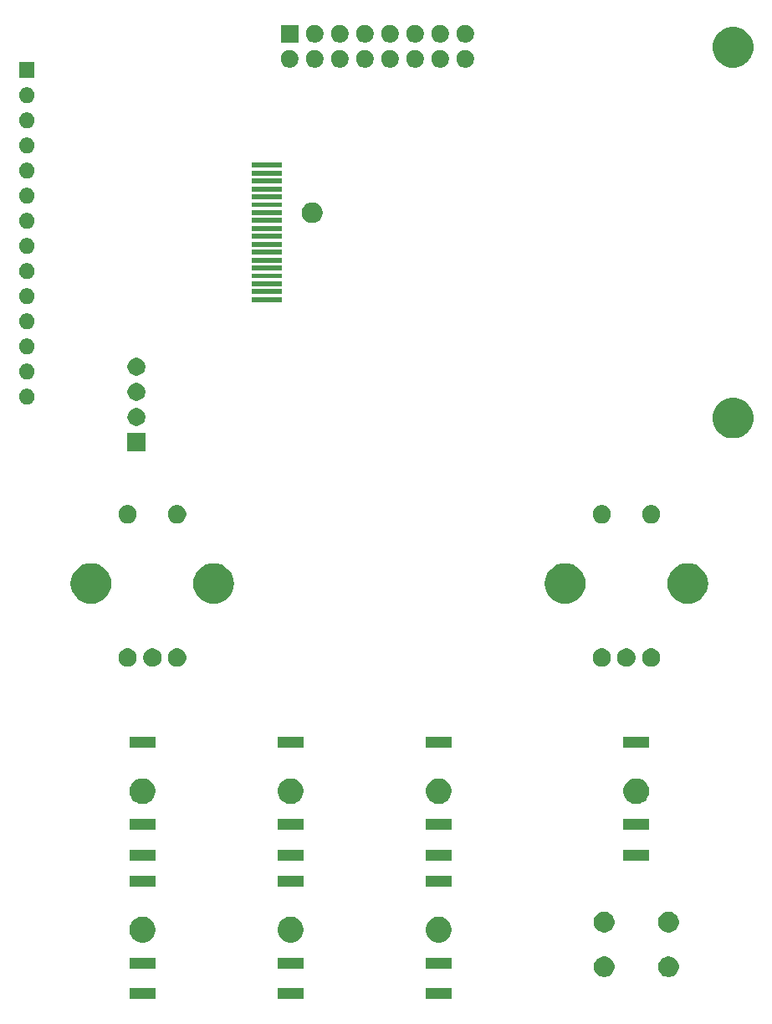
<source format=gbr>
G04 #@! TF.GenerationSoftware,KiCad,Pcbnew,(5.1.0)-1*
G04 #@! TF.CreationDate,2019-07-28T15:16:17+01:00*
G04 #@! TF.ProjectId,oscar,6f736361-722e-46b6-9963-61645f706362,rev?*
G04 #@! TF.SameCoordinates,Original*
G04 #@! TF.FileFunction,Soldermask,Top*
G04 #@! TF.FilePolarity,Negative*
%FSLAX46Y46*%
G04 Gerber Fmt 4.6, Leading zero omitted, Abs format (unit mm)*
G04 Created by KiCad (PCBNEW (5.1.0)-1) date 2019-07-28 15:16:17*
%MOMM*%
%LPD*%
G04 APERTURE LIST*
%ADD10C,0.100000*%
G04 APERTURE END LIST*
D10*
G36*
X136301000Y-156031000D02*
G01*
X133699000Y-156031000D01*
X133699000Y-154929000D01*
X136301000Y-154929000D01*
X136301000Y-156031000D01*
X136301000Y-156031000D01*
G37*
G36*
X151301000Y-156031000D02*
G01*
X148699000Y-156031000D01*
X148699000Y-154929000D01*
X151301000Y-154929000D01*
X151301000Y-156031000D01*
X151301000Y-156031000D01*
G37*
G36*
X166301000Y-156031000D02*
G01*
X163699000Y-156031000D01*
X163699000Y-154929000D01*
X166301000Y-154929000D01*
X166301000Y-156031000D01*
X166301000Y-156031000D01*
G37*
G36*
X188556564Y-151739389D02*
G01*
X188747833Y-151818615D01*
X188747835Y-151818616D01*
X188919973Y-151933635D01*
X189066365Y-152080027D01*
X189181385Y-152252167D01*
X189260611Y-152443436D01*
X189301000Y-152646484D01*
X189301000Y-152853516D01*
X189260611Y-153056564D01*
X189181385Y-153247833D01*
X189181384Y-153247835D01*
X189066365Y-153419973D01*
X188919973Y-153566365D01*
X188747835Y-153681384D01*
X188747834Y-153681385D01*
X188747833Y-153681385D01*
X188556564Y-153760611D01*
X188353516Y-153801000D01*
X188146484Y-153801000D01*
X187943436Y-153760611D01*
X187752167Y-153681385D01*
X187752166Y-153681385D01*
X187752165Y-153681384D01*
X187580027Y-153566365D01*
X187433635Y-153419973D01*
X187318616Y-153247835D01*
X187318615Y-153247833D01*
X187239389Y-153056564D01*
X187199000Y-152853516D01*
X187199000Y-152646484D01*
X187239389Y-152443436D01*
X187318615Y-152252167D01*
X187433635Y-152080027D01*
X187580027Y-151933635D01*
X187752165Y-151818616D01*
X187752167Y-151818615D01*
X187943436Y-151739389D01*
X188146484Y-151699000D01*
X188353516Y-151699000D01*
X188556564Y-151739389D01*
X188556564Y-151739389D01*
G37*
G36*
X182056564Y-151739389D02*
G01*
X182247833Y-151818615D01*
X182247835Y-151818616D01*
X182419973Y-151933635D01*
X182566365Y-152080027D01*
X182681385Y-152252167D01*
X182760611Y-152443436D01*
X182801000Y-152646484D01*
X182801000Y-152853516D01*
X182760611Y-153056564D01*
X182681385Y-153247833D01*
X182681384Y-153247835D01*
X182566365Y-153419973D01*
X182419973Y-153566365D01*
X182247835Y-153681384D01*
X182247834Y-153681385D01*
X182247833Y-153681385D01*
X182056564Y-153760611D01*
X181853516Y-153801000D01*
X181646484Y-153801000D01*
X181443436Y-153760611D01*
X181252167Y-153681385D01*
X181252166Y-153681385D01*
X181252165Y-153681384D01*
X181080027Y-153566365D01*
X180933635Y-153419973D01*
X180818616Y-153247835D01*
X180818615Y-153247833D01*
X180739389Y-153056564D01*
X180699000Y-152853516D01*
X180699000Y-152646484D01*
X180739389Y-152443436D01*
X180818615Y-152252167D01*
X180933635Y-152080027D01*
X181080027Y-151933635D01*
X181252165Y-151818616D01*
X181252167Y-151818615D01*
X181443436Y-151739389D01*
X181646484Y-151699000D01*
X181853516Y-151699000D01*
X182056564Y-151739389D01*
X182056564Y-151739389D01*
G37*
G36*
X151301000Y-152931000D02*
G01*
X148699000Y-152931000D01*
X148699000Y-151829000D01*
X151301000Y-151829000D01*
X151301000Y-152931000D01*
X151301000Y-152931000D01*
G37*
G36*
X136301000Y-152931000D02*
G01*
X133699000Y-152931000D01*
X133699000Y-151829000D01*
X136301000Y-151829000D01*
X136301000Y-152931000D01*
X136301000Y-152931000D01*
G37*
G36*
X166301000Y-152931000D02*
G01*
X163699000Y-152931000D01*
X163699000Y-151829000D01*
X166301000Y-151829000D01*
X166301000Y-152931000D01*
X166301000Y-152931000D01*
G37*
G36*
X165379487Y-147748996D02*
G01*
X165616253Y-147847068D01*
X165616255Y-147847069D01*
X165829339Y-147989447D01*
X166010553Y-148170661D01*
X166132733Y-148353516D01*
X166152932Y-148383747D01*
X166251004Y-148620513D01*
X166301000Y-148871861D01*
X166301000Y-149128139D01*
X166251004Y-149379487D01*
X166152932Y-149616253D01*
X166152931Y-149616255D01*
X166010553Y-149829339D01*
X165829339Y-150010553D01*
X165616255Y-150152931D01*
X165616254Y-150152932D01*
X165616253Y-150152932D01*
X165379487Y-150251004D01*
X165128139Y-150301000D01*
X164871861Y-150301000D01*
X164620513Y-150251004D01*
X164383747Y-150152932D01*
X164383746Y-150152932D01*
X164383745Y-150152931D01*
X164170661Y-150010553D01*
X163989447Y-149829339D01*
X163847069Y-149616255D01*
X163847068Y-149616253D01*
X163748996Y-149379487D01*
X163699000Y-149128139D01*
X163699000Y-148871861D01*
X163748996Y-148620513D01*
X163847068Y-148383747D01*
X163867268Y-148353516D01*
X163989447Y-148170661D01*
X164170661Y-147989447D01*
X164383745Y-147847069D01*
X164383747Y-147847068D01*
X164620513Y-147748996D01*
X164871861Y-147699000D01*
X165128139Y-147699000D01*
X165379487Y-147748996D01*
X165379487Y-147748996D01*
G37*
G36*
X135379487Y-147748996D02*
G01*
X135616253Y-147847068D01*
X135616255Y-147847069D01*
X135829339Y-147989447D01*
X136010553Y-148170661D01*
X136132733Y-148353516D01*
X136152932Y-148383747D01*
X136251004Y-148620513D01*
X136301000Y-148871861D01*
X136301000Y-149128139D01*
X136251004Y-149379487D01*
X136152932Y-149616253D01*
X136152931Y-149616255D01*
X136010553Y-149829339D01*
X135829339Y-150010553D01*
X135616255Y-150152931D01*
X135616254Y-150152932D01*
X135616253Y-150152932D01*
X135379487Y-150251004D01*
X135128139Y-150301000D01*
X134871861Y-150301000D01*
X134620513Y-150251004D01*
X134383747Y-150152932D01*
X134383746Y-150152932D01*
X134383745Y-150152931D01*
X134170661Y-150010553D01*
X133989447Y-149829339D01*
X133847069Y-149616255D01*
X133847068Y-149616253D01*
X133748996Y-149379487D01*
X133699000Y-149128139D01*
X133699000Y-148871861D01*
X133748996Y-148620513D01*
X133847068Y-148383747D01*
X133867268Y-148353516D01*
X133989447Y-148170661D01*
X134170661Y-147989447D01*
X134383745Y-147847069D01*
X134383747Y-147847068D01*
X134620513Y-147748996D01*
X134871861Y-147699000D01*
X135128139Y-147699000D01*
X135379487Y-147748996D01*
X135379487Y-147748996D01*
G37*
G36*
X150379487Y-147748996D02*
G01*
X150616253Y-147847068D01*
X150616255Y-147847069D01*
X150829339Y-147989447D01*
X151010553Y-148170661D01*
X151132733Y-148353516D01*
X151152932Y-148383747D01*
X151251004Y-148620513D01*
X151301000Y-148871861D01*
X151301000Y-149128139D01*
X151251004Y-149379487D01*
X151152932Y-149616253D01*
X151152931Y-149616255D01*
X151010553Y-149829339D01*
X150829339Y-150010553D01*
X150616255Y-150152931D01*
X150616254Y-150152932D01*
X150616253Y-150152932D01*
X150379487Y-150251004D01*
X150128139Y-150301000D01*
X149871861Y-150301000D01*
X149620513Y-150251004D01*
X149383747Y-150152932D01*
X149383746Y-150152932D01*
X149383745Y-150152931D01*
X149170661Y-150010553D01*
X148989447Y-149829339D01*
X148847069Y-149616255D01*
X148847068Y-149616253D01*
X148748996Y-149379487D01*
X148699000Y-149128139D01*
X148699000Y-148871861D01*
X148748996Y-148620513D01*
X148847068Y-148383747D01*
X148867268Y-148353516D01*
X148989447Y-148170661D01*
X149170661Y-147989447D01*
X149383745Y-147847069D01*
X149383747Y-147847068D01*
X149620513Y-147748996D01*
X149871861Y-147699000D01*
X150128139Y-147699000D01*
X150379487Y-147748996D01*
X150379487Y-147748996D01*
G37*
G36*
X188556564Y-147239389D02*
G01*
X188747833Y-147318615D01*
X188747835Y-147318616D01*
X188919973Y-147433635D01*
X189066365Y-147580027D01*
X189179267Y-147748996D01*
X189181385Y-147752167D01*
X189260611Y-147943436D01*
X189301000Y-148146484D01*
X189301000Y-148353516D01*
X189260611Y-148556564D01*
X189181385Y-148747833D01*
X189181384Y-148747835D01*
X189066365Y-148919973D01*
X188919973Y-149066365D01*
X188747835Y-149181384D01*
X188747834Y-149181385D01*
X188747833Y-149181385D01*
X188556564Y-149260611D01*
X188353516Y-149301000D01*
X188146484Y-149301000D01*
X187943436Y-149260611D01*
X187752167Y-149181385D01*
X187752166Y-149181385D01*
X187752165Y-149181384D01*
X187580027Y-149066365D01*
X187433635Y-148919973D01*
X187318616Y-148747835D01*
X187318615Y-148747833D01*
X187239389Y-148556564D01*
X187199000Y-148353516D01*
X187199000Y-148146484D01*
X187239389Y-147943436D01*
X187318615Y-147752167D01*
X187320734Y-147748996D01*
X187433635Y-147580027D01*
X187580027Y-147433635D01*
X187752165Y-147318616D01*
X187752167Y-147318615D01*
X187943436Y-147239389D01*
X188146484Y-147199000D01*
X188353516Y-147199000D01*
X188556564Y-147239389D01*
X188556564Y-147239389D01*
G37*
G36*
X182056564Y-147239389D02*
G01*
X182247833Y-147318615D01*
X182247835Y-147318616D01*
X182419973Y-147433635D01*
X182566365Y-147580027D01*
X182679267Y-147748996D01*
X182681385Y-147752167D01*
X182760611Y-147943436D01*
X182801000Y-148146484D01*
X182801000Y-148353516D01*
X182760611Y-148556564D01*
X182681385Y-148747833D01*
X182681384Y-148747835D01*
X182566365Y-148919973D01*
X182419973Y-149066365D01*
X182247835Y-149181384D01*
X182247834Y-149181385D01*
X182247833Y-149181385D01*
X182056564Y-149260611D01*
X181853516Y-149301000D01*
X181646484Y-149301000D01*
X181443436Y-149260611D01*
X181252167Y-149181385D01*
X181252166Y-149181385D01*
X181252165Y-149181384D01*
X181080027Y-149066365D01*
X180933635Y-148919973D01*
X180818616Y-148747835D01*
X180818615Y-148747833D01*
X180739389Y-148556564D01*
X180699000Y-148353516D01*
X180699000Y-148146484D01*
X180739389Y-147943436D01*
X180818615Y-147752167D01*
X180820734Y-147748996D01*
X180933635Y-147580027D01*
X181080027Y-147433635D01*
X181252165Y-147318616D01*
X181252167Y-147318615D01*
X181443436Y-147239389D01*
X181646484Y-147199000D01*
X181853516Y-147199000D01*
X182056564Y-147239389D01*
X182056564Y-147239389D01*
G37*
G36*
X136301000Y-144631000D02*
G01*
X133699000Y-144631000D01*
X133699000Y-143529000D01*
X136301000Y-143529000D01*
X136301000Y-144631000D01*
X136301000Y-144631000D01*
G37*
G36*
X151301000Y-144631000D02*
G01*
X148699000Y-144631000D01*
X148699000Y-143529000D01*
X151301000Y-143529000D01*
X151301000Y-144631000D01*
X151301000Y-144631000D01*
G37*
G36*
X166301000Y-144631000D02*
G01*
X163699000Y-144631000D01*
X163699000Y-143529000D01*
X166301000Y-143529000D01*
X166301000Y-144631000D01*
X166301000Y-144631000D01*
G37*
G36*
X186301000Y-142031000D02*
G01*
X183699000Y-142031000D01*
X183699000Y-140929000D01*
X186301000Y-140929000D01*
X186301000Y-142031000D01*
X186301000Y-142031000D01*
G37*
G36*
X166301000Y-142031000D02*
G01*
X163699000Y-142031000D01*
X163699000Y-140929000D01*
X166301000Y-140929000D01*
X166301000Y-142031000D01*
X166301000Y-142031000D01*
G37*
G36*
X151301000Y-142031000D02*
G01*
X148699000Y-142031000D01*
X148699000Y-140929000D01*
X151301000Y-140929000D01*
X151301000Y-142031000D01*
X151301000Y-142031000D01*
G37*
G36*
X136301000Y-142031000D02*
G01*
X133699000Y-142031000D01*
X133699000Y-140929000D01*
X136301000Y-140929000D01*
X136301000Y-142031000D01*
X136301000Y-142031000D01*
G37*
G36*
X166301000Y-138931000D02*
G01*
X163699000Y-138931000D01*
X163699000Y-137829000D01*
X166301000Y-137829000D01*
X166301000Y-138931000D01*
X166301000Y-138931000D01*
G37*
G36*
X151301000Y-138931000D02*
G01*
X148699000Y-138931000D01*
X148699000Y-137829000D01*
X151301000Y-137829000D01*
X151301000Y-138931000D01*
X151301000Y-138931000D01*
G37*
G36*
X136301000Y-138931000D02*
G01*
X133699000Y-138931000D01*
X133699000Y-137829000D01*
X136301000Y-137829000D01*
X136301000Y-138931000D01*
X136301000Y-138931000D01*
G37*
G36*
X186301000Y-138931000D02*
G01*
X183699000Y-138931000D01*
X183699000Y-137829000D01*
X186301000Y-137829000D01*
X186301000Y-138931000D01*
X186301000Y-138931000D01*
G37*
G36*
X135379487Y-133748996D02*
G01*
X135616253Y-133847068D01*
X135616255Y-133847069D01*
X135829339Y-133989447D01*
X136010553Y-134170661D01*
X136152932Y-134383747D01*
X136251004Y-134620513D01*
X136301000Y-134871861D01*
X136301000Y-135128139D01*
X136251004Y-135379487D01*
X136152932Y-135616253D01*
X136152931Y-135616255D01*
X136010553Y-135829339D01*
X135829339Y-136010553D01*
X135616255Y-136152931D01*
X135616254Y-136152932D01*
X135616253Y-136152932D01*
X135379487Y-136251004D01*
X135128139Y-136301000D01*
X134871861Y-136301000D01*
X134620513Y-136251004D01*
X134383747Y-136152932D01*
X134383746Y-136152932D01*
X134383745Y-136152931D01*
X134170661Y-136010553D01*
X133989447Y-135829339D01*
X133847069Y-135616255D01*
X133847068Y-135616253D01*
X133748996Y-135379487D01*
X133699000Y-135128139D01*
X133699000Y-134871861D01*
X133748996Y-134620513D01*
X133847068Y-134383747D01*
X133989447Y-134170661D01*
X134170661Y-133989447D01*
X134383745Y-133847069D01*
X134383747Y-133847068D01*
X134620513Y-133748996D01*
X134871861Y-133699000D01*
X135128139Y-133699000D01*
X135379487Y-133748996D01*
X135379487Y-133748996D01*
G37*
G36*
X150379487Y-133748996D02*
G01*
X150616253Y-133847068D01*
X150616255Y-133847069D01*
X150829339Y-133989447D01*
X151010553Y-134170661D01*
X151152932Y-134383747D01*
X151251004Y-134620513D01*
X151301000Y-134871861D01*
X151301000Y-135128139D01*
X151251004Y-135379487D01*
X151152932Y-135616253D01*
X151152931Y-135616255D01*
X151010553Y-135829339D01*
X150829339Y-136010553D01*
X150616255Y-136152931D01*
X150616254Y-136152932D01*
X150616253Y-136152932D01*
X150379487Y-136251004D01*
X150128139Y-136301000D01*
X149871861Y-136301000D01*
X149620513Y-136251004D01*
X149383747Y-136152932D01*
X149383746Y-136152932D01*
X149383745Y-136152931D01*
X149170661Y-136010553D01*
X148989447Y-135829339D01*
X148847069Y-135616255D01*
X148847068Y-135616253D01*
X148748996Y-135379487D01*
X148699000Y-135128139D01*
X148699000Y-134871861D01*
X148748996Y-134620513D01*
X148847068Y-134383747D01*
X148989447Y-134170661D01*
X149170661Y-133989447D01*
X149383745Y-133847069D01*
X149383747Y-133847068D01*
X149620513Y-133748996D01*
X149871861Y-133699000D01*
X150128139Y-133699000D01*
X150379487Y-133748996D01*
X150379487Y-133748996D01*
G37*
G36*
X185379487Y-133748996D02*
G01*
X185616253Y-133847068D01*
X185616255Y-133847069D01*
X185829339Y-133989447D01*
X186010553Y-134170661D01*
X186152932Y-134383747D01*
X186251004Y-134620513D01*
X186301000Y-134871861D01*
X186301000Y-135128139D01*
X186251004Y-135379487D01*
X186152932Y-135616253D01*
X186152931Y-135616255D01*
X186010553Y-135829339D01*
X185829339Y-136010553D01*
X185616255Y-136152931D01*
X185616254Y-136152932D01*
X185616253Y-136152932D01*
X185379487Y-136251004D01*
X185128139Y-136301000D01*
X184871861Y-136301000D01*
X184620513Y-136251004D01*
X184383747Y-136152932D01*
X184383746Y-136152932D01*
X184383745Y-136152931D01*
X184170661Y-136010553D01*
X183989447Y-135829339D01*
X183847069Y-135616255D01*
X183847068Y-135616253D01*
X183748996Y-135379487D01*
X183699000Y-135128139D01*
X183699000Y-134871861D01*
X183748996Y-134620513D01*
X183847068Y-134383747D01*
X183989447Y-134170661D01*
X184170661Y-133989447D01*
X184383745Y-133847069D01*
X184383747Y-133847068D01*
X184620513Y-133748996D01*
X184871861Y-133699000D01*
X185128139Y-133699000D01*
X185379487Y-133748996D01*
X185379487Y-133748996D01*
G37*
G36*
X165379487Y-133748996D02*
G01*
X165616253Y-133847068D01*
X165616255Y-133847069D01*
X165829339Y-133989447D01*
X166010553Y-134170661D01*
X166152932Y-134383747D01*
X166251004Y-134620513D01*
X166301000Y-134871861D01*
X166301000Y-135128139D01*
X166251004Y-135379487D01*
X166152932Y-135616253D01*
X166152931Y-135616255D01*
X166010553Y-135829339D01*
X165829339Y-136010553D01*
X165616255Y-136152931D01*
X165616254Y-136152932D01*
X165616253Y-136152932D01*
X165379487Y-136251004D01*
X165128139Y-136301000D01*
X164871861Y-136301000D01*
X164620513Y-136251004D01*
X164383747Y-136152932D01*
X164383746Y-136152932D01*
X164383745Y-136152931D01*
X164170661Y-136010553D01*
X163989447Y-135829339D01*
X163847069Y-135616255D01*
X163847068Y-135616253D01*
X163748996Y-135379487D01*
X163699000Y-135128139D01*
X163699000Y-134871861D01*
X163748996Y-134620513D01*
X163847068Y-134383747D01*
X163989447Y-134170661D01*
X164170661Y-133989447D01*
X164383745Y-133847069D01*
X164383747Y-133847068D01*
X164620513Y-133748996D01*
X164871861Y-133699000D01*
X165128139Y-133699000D01*
X165379487Y-133748996D01*
X165379487Y-133748996D01*
G37*
G36*
X166301000Y-130631000D02*
G01*
X163699000Y-130631000D01*
X163699000Y-129529000D01*
X166301000Y-129529000D01*
X166301000Y-130631000D01*
X166301000Y-130631000D01*
G37*
G36*
X136301000Y-130631000D02*
G01*
X133699000Y-130631000D01*
X133699000Y-129529000D01*
X136301000Y-129529000D01*
X136301000Y-130631000D01*
X136301000Y-130631000D01*
G37*
G36*
X151301000Y-130631000D02*
G01*
X148699000Y-130631000D01*
X148699000Y-129529000D01*
X151301000Y-129529000D01*
X151301000Y-130631000D01*
X151301000Y-130631000D01*
G37*
G36*
X186301000Y-130631000D02*
G01*
X183699000Y-130631000D01*
X183699000Y-129529000D01*
X186301000Y-129529000D01*
X186301000Y-130631000D01*
X186301000Y-130631000D01*
G37*
G36*
X184270104Y-120609585D02*
G01*
X184438626Y-120679389D01*
X184590291Y-120780728D01*
X184719272Y-120909709D01*
X184820611Y-121061374D01*
X184890415Y-121229896D01*
X184926000Y-121408797D01*
X184926000Y-121591203D01*
X184890415Y-121770104D01*
X184820611Y-121938626D01*
X184719272Y-122090291D01*
X184590291Y-122219272D01*
X184438626Y-122320611D01*
X184270104Y-122390415D01*
X184091203Y-122426000D01*
X183908797Y-122426000D01*
X183729896Y-122390415D01*
X183561374Y-122320611D01*
X183409709Y-122219272D01*
X183280728Y-122090291D01*
X183179389Y-121938626D01*
X183109585Y-121770104D01*
X183074000Y-121591203D01*
X183074000Y-121408797D01*
X183109585Y-121229896D01*
X183179389Y-121061374D01*
X183280728Y-120909709D01*
X183409709Y-120780728D01*
X183561374Y-120679389D01*
X183729896Y-120609585D01*
X183908797Y-120574000D01*
X184091203Y-120574000D01*
X184270104Y-120609585D01*
X184270104Y-120609585D01*
G37*
G36*
X136270104Y-120609585D02*
G01*
X136438626Y-120679389D01*
X136590291Y-120780728D01*
X136719272Y-120909709D01*
X136820611Y-121061374D01*
X136890415Y-121229896D01*
X136926000Y-121408797D01*
X136926000Y-121591203D01*
X136890415Y-121770104D01*
X136820611Y-121938626D01*
X136719272Y-122090291D01*
X136590291Y-122219272D01*
X136438626Y-122320611D01*
X136270104Y-122390415D01*
X136091203Y-122426000D01*
X135908797Y-122426000D01*
X135729896Y-122390415D01*
X135561374Y-122320611D01*
X135409709Y-122219272D01*
X135280728Y-122090291D01*
X135179389Y-121938626D01*
X135109585Y-121770104D01*
X135074000Y-121591203D01*
X135074000Y-121408797D01*
X135109585Y-121229896D01*
X135179389Y-121061374D01*
X135280728Y-120909709D01*
X135409709Y-120780728D01*
X135561374Y-120679389D01*
X135729896Y-120609585D01*
X135908797Y-120574000D01*
X136091203Y-120574000D01*
X136270104Y-120609585D01*
X136270104Y-120609585D01*
G37*
G36*
X138770104Y-120609585D02*
G01*
X138938626Y-120679389D01*
X139090291Y-120780728D01*
X139219272Y-120909709D01*
X139320611Y-121061374D01*
X139390415Y-121229896D01*
X139426000Y-121408797D01*
X139426000Y-121591203D01*
X139390415Y-121770104D01*
X139320611Y-121938626D01*
X139219272Y-122090291D01*
X139090291Y-122219272D01*
X138938626Y-122320611D01*
X138770104Y-122390415D01*
X138591203Y-122426000D01*
X138408797Y-122426000D01*
X138229896Y-122390415D01*
X138061374Y-122320611D01*
X137909709Y-122219272D01*
X137780728Y-122090291D01*
X137679389Y-121938626D01*
X137609585Y-121770104D01*
X137574000Y-121591203D01*
X137574000Y-121408797D01*
X137609585Y-121229896D01*
X137679389Y-121061374D01*
X137780728Y-120909709D01*
X137909709Y-120780728D01*
X138061374Y-120679389D01*
X138229896Y-120609585D01*
X138408797Y-120574000D01*
X138591203Y-120574000D01*
X138770104Y-120609585D01*
X138770104Y-120609585D01*
G37*
G36*
X133770104Y-120609585D02*
G01*
X133938626Y-120679389D01*
X134090291Y-120780728D01*
X134219272Y-120909709D01*
X134320611Y-121061374D01*
X134390415Y-121229896D01*
X134426000Y-121408797D01*
X134426000Y-121591203D01*
X134390415Y-121770104D01*
X134320611Y-121938626D01*
X134219272Y-122090291D01*
X134090291Y-122219272D01*
X133938626Y-122320611D01*
X133770104Y-122390415D01*
X133591203Y-122426000D01*
X133408797Y-122426000D01*
X133229896Y-122390415D01*
X133061374Y-122320611D01*
X132909709Y-122219272D01*
X132780728Y-122090291D01*
X132679389Y-121938626D01*
X132609585Y-121770104D01*
X132574000Y-121591203D01*
X132574000Y-121408797D01*
X132609585Y-121229896D01*
X132679389Y-121061374D01*
X132780728Y-120909709D01*
X132909709Y-120780728D01*
X133061374Y-120679389D01*
X133229896Y-120609585D01*
X133408797Y-120574000D01*
X133591203Y-120574000D01*
X133770104Y-120609585D01*
X133770104Y-120609585D01*
G37*
G36*
X186770104Y-120609585D02*
G01*
X186938626Y-120679389D01*
X187090291Y-120780728D01*
X187219272Y-120909709D01*
X187320611Y-121061374D01*
X187390415Y-121229896D01*
X187426000Y-121408797D01*
X187426000Y-121591203D01*
X187390415Y-121770104D01*
X187320611Y-121938626D01*
X187219272Y-122090291D01*
X187090291Y-122219272D01*
X186938626Y-122320611D01*
X186770104Y-122390415D01*
X186591203Y-122426000D01*
X186408797Y-122426000D01*
X186229896Y-122390415D01*
X186061374Y-122320611D01*
X185909709Y-122219272D01*
X185780728Y-122090291D01*
X185679389Y-121938626D01*
X185609585Y-121770104D01*
X185574000Y-121591203D01*
X185574000Y-121408797D01*
X185609585Y-121229896D01*
X185679389Y-121061374D01*
X185780728Y-120909709D01*
X185909709Y-120780728D01*
X186061374Y-120679389D01*
X186229896Y-120609585D01*
X186408797Y-120574000D01*
X186591203Y-120574000D01*
X186770104Y-120609585D01*
X186770104Y-120609585D01*
G37*
G36*
X181770104Y-120609585D02*
G01*
X181938626Y-120679389D01*
X182090291Y-120780728D01*
X182219272Y-120909709D01*
X182320611Y-121061374D01*
X182390415Y-121229896D01*
X182426000Y-121408797D01*
X182426000Y-121591203D01*
X182390415Y-121770104D01*
X182320611Y-121938626D01*
X182219272Y-122090291D01*
X182090291Y-122219272D01*
X181938626Y-122320611D01*
X181770104Y-122390415D01*
X181591203Y-122426000D01*
X181408797Y-122426000D01*
X181229896Y-122390415D01*
X181061374Y-122320611D01*
X180909709Y-122219272D01*
X180780728Y-122090291D01*
X180679389Y-121938626D01*
X180609585Y-121770104D01*
X180574000Y-121591203D01*
X180574000Y-121408797D01*
X180609585Y-121229896D01*
X180679389Y-121061374D01*
X180780728Y-120909709D01*
X180909709Y-120780728D01*
X181061374Y-120679389D01*
X181229896Y-120609585D01*
X181408797Y-120574000D01*
X181591203Y-120574000D01*
X181770104Y-120609585D01*
X181770104Y-120609585D01*
G37*
G36*
X142401189Y-111958892D02*
G01*
X142602066Y-111978677D01*
X142988681Y-112095955D01*
X142988684Y-112095956D01*
X143344983Y-112286402D01*
X143344986Y-112286404D01*
X143344987Y-112286405D01*
X143657293Y-112542707D01*
X143913595Y-112855013D01*
X143913598Y-112855017D01*
X144104044Y-113211316D01*
X144104045Y-113211319D01*
X144221323Y-113597934D01*
X144260923Y-114000000D01*
X144221323Y-114402066D01*
X144104045Y-114788681D01*
X144104044Y-114788684D01*
X143913598Y-115144983D01*
X143913596Y-115144986D01*
X143913595Y-115144987D01*
X143657293Y-115457293D01*
X143344987Y-115713595D01*
X143344983Y-115713598D01*
X142988684Y-115904044D01*
X142988681Y-115904045D01*
X142602066Y-116021323D01*
X142401189Y-116041108D01*
X142300751Y-116051000D01*
X142099249Y-116051000D01*
X141998811Y-116041108D01*
X141797934Y-116021323D01*
X141411319Y-115904045D01*
X141411316Y-115904044D01*
X141055017Y-115713598D01*
X141055013Y-115713595D01*
X140742707Y-115457293D01*
X140486405Y-115144987D01*
X140486404Y-115144986D01*
X140486402Y-115144983D01*
X140295956Y-114788684D01*
X140295955Y-114788681D01*
X140178677Y-114402066D01*
X140139077Y-114000000D01*
X140178677Y-113597934D01*
X140295955Y-113211319D01*
X140295956Y-113211316D01*
X140486402Y-112855017D01*
X140486405Y-112855013D01*
X140742707Y-112542707D01*
X141055013Y-112286405D01*
X141055014Y-112286404D01*
X141055017Y-112286402D01*
X141411316Y-112095956D01*
X141411319Y-112095955D01*
X141797934Y-111978677D01*
X141998811Y-111958892D01*
X142099249Y-111949000D01*
X142300751Y-111949000D01*
X142401189Y-111958892D01*
X142401189Y-111958892D01*
G37*
G36*
X130001189Y-111958892D02*
G01*
X130202066Y-111978677D01*
X130588681Y-112095955D01*
X130588684Y-112095956D01*
X130944983Y-112286402D01*
X130944986Y-112286404D01*
X130944987Y-112286405D01*
X131257293Y-112542707D01*
X131513595Y-112855013D01*
X131513598Y-112855017D01*
X131704044Y-113211316D01*
X131704045Y-113211319D01*
X131821323Y-113597934D01*
X131860923Y-114000000D01*
X131821323Y-114402066D01*
X131704045Y-114788681D01*
X131704044Y-114788684D01*
X131513598Y-115144983D01*
X131513596Y-115144986D01*
X131513595Y-115144987D01*
X131257293Y-115457293D01*
X130944987Y-115713595D01*
X130944983Y-115713598D01*
X130588684Y-115904044D01*
X130588681Y-115904045D01*
X130202066Y-116021323D01*
X130001189Y-116041108D01*
X129900751Y-116051000D01*
X129699249Y-116051000D01*
X129598811Y-116041108D01*
X129397934Y-116021323D01*
X129011319Y-115904045D01*
X129011316Y-115904044D01*
X128655017Y-115713598D01*
X128655013Y-115713595D01*
X128342707Y-115457293D01*
X128086405Y-115144987D01*
X128086404Y-115144986D01*
X128086402Y-115144983D01*
X127895956Y-114788684D01*
X127895955Y-114788681D01*
X127778677Y-114402066D01*
X127739077Y-114000000D01*
X127778677Y-113597934D01*
X127895955Y-113211319D01*
X127895956Y-113211316D01*
X128086402Y-112855017D01*
X128086405Y-112855013D01*
X128342707Y-112542707D01*
X128655013Y-112286405D01*
X128655014Y-112286404D01*
X128655017Y-112286402D01*
X129011316Y-112095956D01*
X129011319Y-112095955D01*
X129397934Y-111978677D01*
X129598811Y-111958892D01*
X129699249Y-111949000D01*
X129900751Y-111949000D01*
X130001189Y-111958892D01*
X130001189Y-111958892D01*
G37*
G36*
X178001189Y-111958892D02*
G01*
X178202066Y-111978677D01*
X178588681Y-112095955D01*
X178588684Y-112095956D01*
X178944983Y-112286402D01*
X178944986Y-112286404D01*
X178944987Y-112286405D01*
X179257293Y-112542707D01*
X179513595Y-112855013D01*
X179513598Y-112855017D01*
X179704044Y-113211316D01*
X179704045Y-113211319D01*
X179821323Y-113597934D01*
X179860923Y-114000000D01*
X179821323Y-114402066D01*
X179704045Y-114788681D01*
X179704044Y-114788684D01*
X179513598Y-115144983D01*
X179513596Y-115144986D01*
X179513595Y-115144987D01*
X179257293Y-115457293D01*
X178944987Y-115713595D01*
X178944983Y-115713598D01*
X178588684Y-115904044D01*
X178588681Y-115904045D01*
X178202066Y-116021323D01*
X178001189Y-116041108D01*
X177900751Y-116051000D01*
X177699249Y-116051000D01*
X177598811Y-116041108D01*
X177397934Y-116021323D01*
X177011319Y-115904045D01*
X177011316Y-115904044D01*
X176655017Y-115713598D01*
X176655013Y-115713595D01*
X176342707Y-115457293D01*
X176086405Y-115144987D01*
X176086404Y-115144986D01*
X176086402Y-115144983D01*
X175895956Y-114788684D01*
X175895955Y-114788681D01*
X175778677Y-114402066D01*
X175739077Y-114000000D01*
X175778677Y-113597934D01*
X175895955Y-113211319D01*
X175895956Y-113211316D01*
X176086402Y-112855017D01*
X176086405Y-112855013D01*
X176342707Y-112542707D01*
X176655013Y-112286405D01*
X176655014Y-112286404D01*
X176655017Y-112286402D01*
X177011316Y-112095956D01*
X177011319Y-112095955D01*
X177397934Y-111978677D01*
X177598811Y-111958892D01*
X177699249Y-111949000D01*
X177900751Y-111949000D01*
X178001189Y-111958892D01*
X178001189Y-111958892D01*
G37*
G36*
X190401189Y-111958892D02*
G01*
X190602066Y-111978677D01*
X190988681Y-112095955D01*
X190988684Y-112095956D01*
X191344983Y-112286402D01*
X191344986Y-112286404D01*
X191344987Y-112286405D01*
X191657293Y-112542707D01*
X191913595Y-112855013D01*
X191913598Y-112855017D01*
X192104044Y-113211316D01*
X192104045Y-113211319D01*
X192221323Y-113597934D01*
X192260923Y-114000000D01*
X192221323Y-114402066D01*
X192104045Y-114788681D01*
X192104044Y-114788684D01*
X191913598Y-115144983D01*
X191913596Y-115144986D01*
X191913595Y-115144987D01*
X191657293Y-115457293D01*
X191344987Y-115713595D01*
X191344983Y-115713598D01*
X190988684Y-115904044D01*
X190988681Y-115904045D01*
X190602066Y-116021323D01*
X190401189Y-116041108D01*
X190300751Y-116051000D01*
X190099249Y-116051000D01*
X189998811Y-116041108D01*
X189797934Y-116021323D01*
X189411319Y-115904045D01*
X189411316Y-115904044D01*
X189055017Y-115713598D01*
X189055013Y-115713595D01*
X188742707Y-115457293D01*
X188486405Y-115144987D01*
X188486404Y-115144986D01*
X188486402Y-115144983D01*
X188295956Y-114788684D01*
X188295955Y-114788681D01*
X188178677Y-114402066D01*
X188139077Y-114000000D01*
X188178677Y-113597934D01*
X188295955Y-113211319D01*
X188295956Y-113211316D01*
X188486402Y-112855017D01*
X188486405Y-112855013D01*
X188742707Y-112542707D01*
X189055013Y-112286405D01*
X189055014Y-112286404D01*
X189055017Y-112286402D01*
X189411316Y-112095956D01*
X189411319Y-112095955D01*
X189797934Y-111978677D01*
X189998811Y-111958892D01*
X190099249Y-111949000D01*
X190300751Y-111949000D01*
X190401189Y-111958892D01*
X190401189Y-111958892D01*
G37*
G36*
X181770104Y-106109585D02*
G01*
X181938626Y-106179389D01*
X182090291Y-106280728D01*
X182219272Y-106409709D01*
X182320611Y-106561374D01*
X182390415Y-106729896D01*
X182426000Y-106908797D01*
X182426000Y-107091203D01*
X182390415Y-107270104D01*
X182320611Y-107438626D01*
X182219272Y-107590291D01*
X182090291Y-107719272D01*
X181938626Y-107820611D01*
X181770104Y-107890415D01*
X181591203Y-107926000D01*
X181408797Y-107926000D01*
X181229896Y-107890415D01*
X181061374Y-107820611D01*
X180909709Y-107719272D01*
X180780728Y-107590291D01*
X180679389Y-107438626D01*
X180609585Y-107270104D01*
X180574000Y-107091203D01*
X180574000Y-106908797D01*
X180609585Y-106729896D01*
X180679389Y-106561374D01*
X180780728Y-106409709D01*
X180909709Y-106280728D01*
X181061374Y-106179389D01*
X181229896Y-106109585D01*
X181408797Y-106074000D01*
X181591203Y-106074000D01*
X181770104Y-106109585D01*
X181770104Y-106109585D01*
G37*
G36*
X138770104Y-106109585D02*
G01*
X138938626Y-106179389D01*
X139090291Y-106280728D01*
X139219272Y-106409709D01*
X139320611Y-106561374D01*
X139390415Y-106729896D01*
X139426000Y-106908797D01*
X139426000Y-107091203D01*
X139390415Y-107270104D01*
X139320611Y-107438626D01*
X139219272Y-107590291D01*
X139090291Y-107719272D01*
X138938626Y-107820611D01*
X138770104Y-107890415D01*
X138591203Y-107926000D01*
X138408797Y-107926000D01*
X138229896Y-107890415D01*
X138061374Y-107820611D01*
X137909709Y-107719272D01*
X137780728Y-107590291D01*
X137679389Y-107438626D01*
X137609585Y-107270104D01*
X137574000Y-107091203D01*
X137574000Y-106908797D01*
X137609585Y-106729896D01*
X137679389Y-106561374D01*
X137780728Y-106409709D01*
X137909709Y-106280728D01*
X138061374Y-106179389D01*
X138229896Y-106109585D01*
X138408797Y-106074000D01*
X138591203Y-106074000D01*
X138770104Y-106109585D01*
X138770104Y-106109585D01*
G37*
G36*
X186770104Y-106109585D02*
G01*
X186938626Y-106179389D01*
X187090291Y-106280728D01*
X187219272Y-106409709D01*
X187320611Y-106561374D01*
X187390415Y-106729896D01*
X187426000Y-106908797D01*
X187426000Y-107091203D01*
X187390415Y-107270104D01*
X187320611Y-107438626D01*
X187219272Y-107590291D01*
X187090291Y-107719272D01*
X186938626Y-107820611D01*
X186770104Y-107890415D01*
X186591203Y-107926000D01*
X186408797Y-107926000D01*
X186229896Y-107890415D01*
X186061374Y-107820611D01*
X185909709Y-107719272D01*
X185780728Y-107590291D01*
X185679389Y-107438626D01*
X185609585Y-107270104D01*
X185574000Y-107091203D01*
X185574000Y-106908797D01*
X185609585Y-106729896D01*
X185679389Y-106561374D01*
X185780728Y-106409709D01*
X185909709Y-106280728D01*
X186061374Y-106179389D01*
X186229896Y-106109585D01*
X186408797Y-106074000D01*
X186591203Y-106074000D01*
X186770104Y-106109585D01*
X186770104Y-106109585D01*
G37*
G36*
X133770104Y-106109585D02*
G01*
X133938626Y-106179389D01*
X134090291Y-106280728D01*
X134219272Y-106409709D01*
X134320611Y-106561374D01*
X134390415Y-106729896D01*
X134426000Y-106908797D01*
X134426000Y-107091203D01*
X134390415Y-107270104D01*
X134320611Y-107438626D01*
X134219272Y-107590291D01*
X134090291Y-107719272D01*
X133938626Y-107820611D01*
X133770104Y-107890415D01*
X133591203Y-107926000D01*
X133408797Y-107926000D01*
X133229896Y-107890415D01*
X133061374Y-107820611D01*
X132909709Y-107719272D01*
X132780728Y-107590291D01*
X132679389Y-107438626D01*
X132609585Y-107270104D01*
X132574000Y-107091203D01*
X132574000Y-106908797D01*
X132609585Y-106729896D01*
X132679389Y-106561374D01*
X132780728Y-106409709D01*
X132909709Y-106280728D01*
X133061374Y-106179389D01*
X133229896Y-106109585D01*
X133408797Y-106074000D01*
X133591203Y-106074000D01*
X133770104Y-106109585D01*
X133770104Y-106109585D01*
G37*
G36*
X135301000Y-100601000D02*
G01*
X133499000Y-100601000D01*
X133499000Y-98799000D01*
X135301000Y-98799000D01*
X135301000Y-100601000D01*
X135301000Y-100601000D01*
G37*
G36*
X195378254Y-95297818D02*
G01*
X195751511Y-95452426D01*
X195751513Y-95452427D01*
X196087436Y-95676884D01*
X196373116Y-95962564D01*
X196594324Y-96293624D01*
X196597574Y-96298489D01*
X196752182Y-96671746D01*
X196831000Y-97067993D01*
X196831000Y-97472007D01*
X196752182Y-97868254D01*
X196672344Y-98061000D01*
X196597573Y-98241513D01*
X196373116Y-98577436D01*
X196087436Y-98863116D01*
X195751513Y-99087573D01*
X195751512Y-99087574D01*
X195751511Y-99087574D01*
X195378254Y-99242182D01*
X194982007Y-99321000D01*
X194577993Y-99321000D01*
X194181746Y-99242182D01*
X193808489Y-99087574D01*
X193808488Y-99087574D01*
X193808487Y-99087573D01*
X193472564Y-98863116D01*
X193186884Y-98577436D01*
X192962427Y-98241513D01*
X192887656Y-98061000D01*
X192807818Y-97868254D01*
X192729000Y-97472007D01*
X192729000Y-97067993D01*
X192807818Y-96671746D01*
X192962426Y-96298489D01*
X192965677Y-96293624D01*
X193186884Y-95962564D01*
X193472564Y-95676884D01*
X193808487Y-95452427D01*
X193808489Y-95452426D01*
X194181746Y-95297818D01*
X194577993Y-95219000D01*
X194982007Y-95219000D01*
X195378254Y-95297818D01*
X195378254Y-95297818D01*
G37*
G36*
X134513512Y-96263927D02*
G01*
X134662812Y-96293624D01*
X134826784Y-96361544D01*
X134974354Y-96460147D01*
X135099853Y-96585646D01*
X135198456Y-96733216D01*
X135266376Y-96897188D01*
X135296073Y-97046488D01*
X135300351Y-97067993D01*
X135301000Y-97071259D01*
X135301000Y-97248741D01*
X135266376Y-97422812D01*
X135198456Y-97586784D01*
X135099853Y-97734354D01*
X134974354Y-97859853D01*
X134826784Y-97958456D01*
X134662812Y-98026376D01*
X134513512Y-98056073D01*
X134488742Y-98061000D01*
X134311258Y-98061000D01*
X134286488Y-98056073D01*
X134137188Y-98026376D01*
X133973216Y-97958456D01*
X133825646Y-97859853D01*
X133700147Y-97734354D01*
X133601544Y-97586784D01*
X133533624Y-97422812D01*
X133499000Y-97248741D01*
X133499000Y-97071259D01*
X133499650Y-97067993D01*
X133503927Y-97046488D01*
X133533624Y-96897188D01*
X133601544Y-96733216D01*
X133700147Y-96585646D01*
X133825646Y-96460147D01*
X133973216Y-96361544D01*
X134137188Y-96293624D01*
X134286488Y-96263927D01*
X134311258Y-96259000D01*
X134488742Y-96259000D01*
X134513512Y-96263927D01*
X134513512Y-96263927D01*
G37*
G36*
X123533642Y-94329781D02*
G01*
X123599810Y-94357189D01*
X123679416Y-94390163D01*
X123810608Y-94477822D01*
X123922178Y-94589392D01*
X124001924Y-94708742D01*
X124009838Y-94720586D01*
X124070219Y-94866358D01*
X124101000Y-95021107D01*
X124101000Y-95178893D01*
X124070219Y-95333642D01*
X124021017Y-95452426D01*
X124009837Y-95479416D01*
X123922178Y-95610608D01*
X123810608Y-95722178D01*
X123679416Y-95809837D01*
X123679415Y-95809838D01*
X123679414Y-95809838D01*
X123533642Y-95870219D01*
X123378893Y-95901000D01*
X123221107Y-95901000D01*
X123066358Y-95870219D01*
X122920586Y-95809838D01*
X122920585Y-95809838D01*
X122920584Y-95809837D01*
X122789392Y-95722178D01*
X122677822Y-95610608D01*
X122590163Y-95479416D01*
X122578983Y-95452426D01*
X122529781Y-95333642D01*
X122499000Y-95178893D01*
X122499000Y-95021107D01*
X122529781Y-94866358D01*
X122590162Y-94720586D01*
X122598076Y-94708742D01*
X122677822Y-94589392D01*
X122789392Y-94477822D01*
X122920584Y-94390163D01*
X123000190Y-94357189D01*
X123066358Y-94329781D01*
X123221107Y-94299000D01*
X123378893Y-94299000D01*
X123533642Y-94329781D01*
X123533642Y-94329781D01*
G37*
G36*
X134513512Y-93723927D02*
G01*
X134662812Y-93753624D01*
X134826784Y-93821544D01*
X134974354Y-93920147D01*
X135099853Y-94045646D01*
X135198456Y-94193216D01*
X135266376Y-94357188D01*
X135301000Y-94531259D01*
X135301000Y-94708741D01*
X135266376Y-94882812D01*
X135198456Y-95046784D01*
X135099853Y-95194354D01*
X134974354Y-95319853D01*
X134826784Y-95418456D01*
X134662812Y-95486376D01*
X134513512Y-95516073D01*
X134488742Y-95521000D01*
X134311258Y-95521000D01*
X134286488Y-95516073D01*
X134137188Y-95486376D01*
X133973216Y-95418456D01*
X133825646Y-95319853D01*
X133700147Y-95194354D01*
X133601544Y-95046784D01*
X133533624Y-94882812D01*
X133499000Y-94708741D01*
X133499000Y-94531259D01*
X133533624Y-94357188D01*
X133601544Y-94193216D01*
X133700147Y-94045646D01*
X133825646Y-93920147D01*
X133973216Y-93821544D01*
X134137188Y-93753624D01*
X134286488Y-93723927D01*
X134311258Y-93719000D01*
X134488742Y-93719000D01*
X134513512Y-93723927D01*
X134513512Y-93723927D01*
G37*
G36*
X123533642Y-91789781D02*
G01*
X123599810Y-91817189D01*
X123679416Y-91850163D01*
X123810608Y-91937822D01*
X123922178Y-92049392D01*
X124001924Y-92168742D01*
X124009838Y-92180586D01*
X124070219Y-92326358D01*
X124101000Y-92481107D01*
X124101000Y-92638893D01*
X124070219Y-92793642D01*
X124009838Y-92939414D01*
X124009837Y-92939416D01*
X123922178Y-93070608D01*
X123810608Y-93182178D01*
X123679416Y-93269837D01*
X123679415Y-93269838D01*
X123679414Y-93269838D01*
X123533642Y-93330219D01*
X123378893Y-93361000D01*
X123221107Y-93361000D01*
X123066358Y-93330219D01*
X122920586Y-93269838D01*
X122920585Y-93269838D01*
X122920584Y-93269837D01*
X122789392Y-93182178D01*
X122677822Y-93070608D01*
X122590163Y-92939416D01*
X122590162Y-92939414D01*
X122529781Y-92793642D01*
X122499000Y-92638893D01*
X122499000Y-92481107D01*
X122529781Y-92326358D01*
X122590162Y-92180586D01*
X122598076Y-92168742D01*
X122677822Y-92049392D01*
X122789392Y-91937822D01*
X122920584Y-91850163D01*
X123000190Y-91817189D01*
X123066358Y-91789781D01*
X123221107Y-91759000D01*
X123378893Y-91759000D01*
X123533642Y-91789781D01*
X123533642Y-91789781D01*
G37*
G36*
X134513512Y-91183927D02*
G01*
X134662812Y-91213624D01*
X134826784Y-91281544D01*
X134974354Y-91380147D01*
X135099853Y-91505646D01*
X135198456Y-91653216D01*
X135266376Y-91817188D01*
X135301000Y-91991259D01*
X135301000Y-92168741D01*
X135266376Y-92342812D01*
X135198456Y-92506784D01*
X135099853Y-92654354D01*
X134974354Y-92779853D01*
X134826784Y-92878456D01*
X134662812Y-92946376D01*
X134513512Y-92976073D01*
X134488742Y-92981000D01*
X134311258Y-92981000D01*
X134286488Y-92976073D01*
X134137188Y-92946376D01*
X133973216Y-92878456D01*
X133825646Y-92779853D01*
X133700147Y-92654354D01*
X133601544Y-92506784D01*
X133533624Y-92342812D01*
X133499000Y-92168741D01*
X133499000Y-91991259D01*
X133533624Y-91817188D01*
X133601544Y-91653216D01*
X133700147Y-91505646D01*
X133825646Y-91380147D01*
X133973216Y-91281544D01*
X134137188Y-91213624D01*
X134286488Y-91183927D01*
X134311258Y-91179000D01*
X134488742Y-91179000D01*
X134513512Y-91183927D01*
X134513512Y-91183927D01*
G37*
G36*
X123533642Y-89249781D02*
G01*
X123679414Y-89310162D01*
X123679416Y-89310163D01*
X123810608Y-89397822D01*
X123922178Y-89509392D01*
X124009837Y-89640584D01*
X124009838Y-89640586D01*
X124070219Y-89786358D01*
X124101000Y-89941107D01*
X124101000Y-90098893D01*
X124070219Y-90253642D01*
X124009838Y-90399414D01*
X124009837Y-90399416D01*
X123922178Y-90530608D01*
X123810608Y-90642178D01*
X123679416Y-90729837D01*
X123679415Y-90729838D01*
X123679414Y-90729838D01*
X123533642Y-90790219D01*
X123378893Y-90821000D01*
X123221107Y-90821000D01*
X123066358Y-90790219D01*
X122920586Y-90729838D01*
X122920585Y-90729838D01*
X122920584Y-90729837D01*
X122789392Y-90642178D01*
X122677822Y-90530608D01*
X122590163Y-90399416D01*
X122590162Y-90399414D01*
X122529781Y-90253642D01*
X122499000Y-90098893D01*
X122499000Y-89941107D01*
X122529781Y-89786358D01*
X122590162Y-89640586D01*
X122590163Y-89640584D01*
X122677822Y-89509392D01*
X122789392Y-89397822D01*
X122920584Y-89310163D01*
X122920586Y-89310162D01*
X123066358Y-89249781D01*
X123221107Y-89219000D01*
X123378893Y-89219000D01*
X123533642Y-89249781D01*
X123533642Y-89249781D01*
G37*
G36*
X123533642Y-86709781D02*
G01*
X123679414Y-86770162D01*
X123679416Y-86770163D01*
X123810608Y-86857822D01*
X123922178Y-86969392D01*
X124009837Y-87100584D01*
X124009838Y-87100586D01*
X124070219Y-87246358D01*
X124101000Y-87401107D01*
X124101000Y-87558893D01*
X124070219Y-87713642D01*
X124009838Y-87859414D01*
X124009837Y-87859416D01*
X123922178Y-87990608D01*
X123810608Y-88102178D01*
X123679416Y-88189837D01*
X123679415Y-88189838D01*
X123679414Y-88189838D01*
X123533642Y-88250219D01*
X123378893Y-88281000D01*
X123221107Y-88281000D01*
X123066358Y-88250219D01*
X122920586Y-88189838D01*
X122920585Y-88189838D01*
X122920584Y-88189837D01*
X122789392Y-88102178D01*
X122677822Y-87990608D01*
X122590163Y-87859416D01*
X122590162Y-87859414D01*
X122529781Y-87713642D01*
X122499000Y-87558893D01*
X122499000Y-87401107D01*
X122529781Y-87246358D01*
X122590162Y-87100586D01*
X122590163Y-87100584D01*
X122677822Y-86969392D01*
X122789392Y-86857822D01*
X122920584Y-86770163D01*
X122920586Y-86770162D01*
X123066358Y-86709781D01*
X123221107Y-86679000D01*
X123378893Y-86679000D01*
X123533642Y-86709781D01*
X123533642Y-86709781D01*
G37*
G36*
X123533642Y-84169781D02*
G01*
X123679414Y-84230162D01*
X123679416Y-84230163D01*
X123810608Y-84317822D01*
X123922178Y-84429392D01*
X124009837Y-84560584D01*
X124009838Y-84560586D01*
X124070219Y-84706358D01*
X124101000Y-84861107D01*
X124101000Y-85018893D01*
X124070219Y-85173642D01*
X124009838Y-85319414D01*
X124009837Y-85319416D01*
X123922178Y-85450608D01*
X123810608Y-85562178D01*
X123679416Y-85649837D01*
X123679415Y-85649838D01*
X123679414Y-85649838D01*
X123533642Y-85710219D01*
X123378893Y-85741000D01*
X123221107Y-85741000D01*
X123066358Y-85710219D01*
X122920586Y-85649838D01*
X122920585Y-85649838D01*
X122920584Y-85649837D01*
X122789392Y-85562178D01*
X122677822Y-85450608D01*
X122590163Y-85319416D01*
X122590162Y-85319414D01*
X122529781Y-85173642D01*
X122499000Y-85018893D01*
X122499000Y-84861107D01*
X122529781Y-84706358D01*
X122590162Y-84560586D01*
X122590163Y-84560584D01*
X122677822Y-84429392D01*
X122789392Y-84317822D01*
X122920584Y-84230163D01*
X122920586Y-84230162D01*
X123066358Y-84169781D01*
X123221107Y-84139000D01*
X123378893Y-84139000D01*
X123533642Y-84169781D01*
X123533642Y-84169781D01*
G37*
G36*
X149151000Y-85551000D02*
G01*
X146049000Y-85551000D01*
X146049000Y-85049000D01*
X149151000Y-85049000D01*
X149151000Y-85551000D01*
X149151000Y-85551000D01*
G37*
G36*
X149151000Y-84751000D02*
G01*
X146049000Y-84751000D01*
X146049000Y-84249000D01*
X149151000Y-84249000D01*
X149151000Y-84751000D01*
X149151000Y-84751000D01*
G37*
G36*
X149151000Y-83951000D02*
G01*
X146049000Y-83951000D01*
X146049000Y-83449000D01*
X149151000Y-83449000D01*
X149151000Y-83951000D01*
X149151000Y-83951000D01*
G37*
G36*
X123533642Y-81629781D02*
G01*
X123679414Y-81690162D01*
X123679416Y-81690163D01*
X123810608Y-81777822D01*
X123922178Y-81889392D01*
X124009837Y-82020584D01*
X124009838Y-82020586D01*
X124070219Y-82166358D01*
X124101000Y-82321107D01*
X124101000Y-82478893D01*
X124070219Y-82633642D01*
X124063857Y-82649000D01*
X124009837Y-82779416D01*
X123922178Y-82910608D01*
X123810608Y-83022178D01*
X123679416Y-83109837D01*
X123679415Y-83109838D01*
X123679414Y-83109838D01*
X123533642Y-83170219D01*
X123378893Y-83201000D01*
X123221107Y-83201000D01*
X123066358Y-83170219D01*
X122920586Y-83109838D01*
X122920585Y-83109838D01*
X122920584Y-83109837D01*
X122789392Y-83022178D01*
X122677822Y-82910608D01*
X122590163Y-82779416D01*
X122536143Y-82649000D01*
X122529781Y-82633642D01*
X122499000Y-82478893D01*
X122499000Y-82321107D01*
X122529781Y-82166358D01*
X122590162Y-82020586D01*
X122590163Y-82020584D01*
X122677822Y-81889392D01*
X122789392Y-81777822D01*
X122920584Y-81690163D01*
X122920586Y-81690162D01*
X123066358Y-81629781D01*
X123221107Y-81599000D01*
X123378893Y-81599000D01*
X123533642Y-81629781D01*
X123533642Y-81629781D01*
G37*
G36*
X149151000Y-83151000D02*
G01*
X146049000Y-83151000D01*
X146049000Y-82649000D01*
X149151000Y-82649000D01*
X149151000Y-83151000D01*
X149151000Y-83151000D01*
G37*
G36*
X149151000Y-82351000D02*
G01*
X146049000Y-82351000D01*
X146049000Y-81849000D01*
X149151000Y-81849000D01*
X149151000Y-82351000D01*
X149151000Y-82351000D01*
G37*
G36*
X149151000Y-81551000D02*
G01*
X146049000Y-81551000D01*
X146049000Y-81049000D01*
X149151000Y-81049000D01*
X149151000Y-81551000D01*
X149151000Y-81551000D01*
G37*
G36*
X149151000Y-80751000D02*
G01*
X146049000Y-80751000D01*
X146049000Y-80249000D01*
X149151000Y-80249000D01*
X149151000Y-80751000D01*
X149151000Y-80751000D01*
G37*
G36*
X123533642Y-79089781D02*
G01*
X123679414Y-79150162D01*
X123679416Y-79150163D01*
X123810608Y-79237822D01*
X123922178Y-79349392D01*
X123988733Y-79449000D01*
X124009838Y-79480586D01*
X124070219Y-79626358D01*
X124101000Y-79781107D01*
X124101000Y-79938893D01*
X124070219Y-80093642D01*
X124009838Y-80239414D01*
X124009837Y-80239416D01*
X123922178Y-80370608D01*
X123810608Y-80482178D01*
X123679416Y-80569837D01*
X123679415Y-80569838D01*
X123679414Y-80569838D01*
X123533642Y-80630219D01*
X123378893Y-80661000D01*
X123221107Y-80661000D01*
X123066358Y-80630219D01*
X122920586Y-80569838D01*
X122920585Y-80569838D01*
X122920584Y-80569837D01*
X122789392Y-80482178D01*
X122677822Y-80370608D01*
X122590163Y-80239416D01*
X122590162Y-80239414D01*
X122529781Y-80093642D01*
X122499000Y-79938893D01*
X122499000Y-79781107D01*
X122529781Y-79626358D01*
X122590162Y-79480586D01*
X122611267Y-79449000D01*
X122677822Y-79349392D01*
X122789392Y-79237822D01*
X122920584Y-79150163D01*
X122920586Y-79150162D01*
X123066358Y-79089781D01*
X123221107Y-79059000D01*
X123378893Y-79059000D01*
X123533642Y-79089781D01*
X123533642Y-79089781D01*
G37*
G36*
X149151000Y-79951000D02*
G01*
X146049000Y-79951000D01*
X146049000Y-79449000D01*
X149151000Y-79449000D01*
X149151000Y-79951000D01*
X149151000Y-79951000D01*
G37*
G36*
X149151000Y-79151000D02*
G01*
X146049000Y-79151000D01*
X146049000Y-78649000D01*
X149151000Y-78649000D01*
X149151000Y-79151000D01*
X149151000Y-79151000D01*
G37*
G36*
X149151000Y-78351000D02*
G01*
X146049000Y-78351000D01*
X146049000Y-77849000D01*
X149151000Y-77849000D01*
X149151000Y-78351000D01*
X149151000Y-78351000D01*
G37*
G36*
X123533642Y-76549781D02*
G01*
X123663364Y-76603514D01*
X123679416Y-76610163D01*
X123810608Y-76697822D01*
X123922178Y-76809392D01*
X124009837Y-76940584D01*
X124009838Y-76940586D01*
X124070219Y-77086358D01*
X124101000Y-77241107D01*
X124101000Y-77398893D01*
X124070219Y-77553642D01*
X124009838Y-77699414D01*
X124009837Y-77699416D01*
X123922178Y-77830608D01*
X123810608Y-77942178D01*
X123679416Y-78029837D01*
X123679415Y-78029838D01*
X123679414Y-78029838D01*
X123533642Y-78090219D01*
X123378893Y-78121000D01*
X123221107Y-78121000D01*
X123066358Y-78090219D01*
X122920586Y-78029838D01*
X122920585Y-78029838D01*
X122920584Y-78029837D01*
X122789392Y-77942178D01*
X122677822Y-77830608D01*
X122590163Y-77699416D01*
X122590162Y-77699414D01*
X122529781Y-77553642D01*
X122499000Y-77398893D01*
X122499000Y-77241107D01*
X122529781Y-77086358D01*
X122590162Y-76940586D01*
X122590163Y-76940584D01*
X122677822Y-76809392D01*
X122789392Y-76697822D01*
X122920584Y-76610163D01*
X122936636Y-76603514D01*
X123066358Y-76549781D01*
X123221107Y-76519000D01*
X123378893Y-76519000D01*
X123533642Y-76549781D01*
X123533642Y-76549781D01*
G37*
G36*
X149151000Y-77551000D02*
G01*
X146049000Y-77551000D01*
X146049000Y-77049000D01*
X149151000Y-77049000D01*
X149151000Y-77551000D01*
X149151000Y-77551000D01*
G37*
G36*
X152506564Y-75489389D02*
G01*
X152697833Y-75568615D01*
X152697835Y-75568616D01*
X152869973Y-75683635D01*
X153016365Y-75830027D01*
X153097197Y-75951000D01*
X153131385Y-76002167D01*
X153210611Y-76193436D01*
X153251000Y-76396484D01*
X153251000Y-76603516D01*
X153210611Y-76806564D01*
X153209439Y-76809393D01*
X153131384Y-76997835D01*
X153016365Y-77169973D01*
X152869973Y-77316365D01*
X152697835Y-77431384D01*
X152697834Y-77431385D01*
X152697833Y-77431385D01*
X152506564Y-77510611D01*
X152303516Y-77551000D01*
X152096484Y-77551000D01*
X151893436Y-77510611D01*
X151702167Y-77431385D01*
X151702166Y-77431385D01*
X151702165Y-77431384D01*
X151530027Y-77316365D01*
X151383635Y-77169973D01*
X151268616Y-76997835D01*
X151190561Y-76809393D01*
X151189389Y-76806564D01*
X151149000Y-76603516D01*
X151149000Y-76396484D01*
X151189389Y-76193436D01*
X151268615Y-76002167D01*
X151302804Y-75951000D01*
X151383635Y-75830027D01*
X151530027Y-75683635D01*
X151702165Y-75568616D01*
X151702167Y-75568615D01*
X151893436Y-75489389D01*
X152096484Y-75449000D01*
X152303516Y-75449000D01*
X152506564Y-75489389D01*
X152506564Y-75489389D01*
G37*
G36*
X149151000Y-76751000D02*
G01*
X146049000Y-76751000D01*
X146049000Y-76249000D01*
X149151000Y-76249000D01*
X149151000Y-76751000D01*
X149151000Y-76751000D01*
G37*
G36*
X149151000Y-75951000D02*
G01*
X146049000Y-75951000D01*
X146049000Y-75449000D01*
X149151000Y-75449000D01*
X149151000Y-75951000D01*
X149151000Y-75951000D01*
G37*
G36*
X123533642Y-74009781D02*
G01*
X123679414Y-74070162D01*
X123679416Y-74070163D01*
X123810608Y-74157822D01*
X123922178Y-74269392D01*
X123976706Y-74351000D01*
X124009838Y-74400586D01*
X124070219Y-74546358D01*
X124101000Y-74701107D01*
X124101000Y-74858893D01*
X124070219Y-75013642D01*
X124013323Y-75151000D01*
X124009837Y-75159416D01*
X123922178Y-75290608D01*
X123810608Y-75402178D01*
X123679416Y-75489837D01*
X123679415Y-75489838D01*
X123679414Y-75489838D01*
X123533642Y-75550219D01*
X123378893Y-75581000D01*
X123221107Y-75581000D01*
X123066358Y-75550219D01*
X122920586Y-75489838D01*
X122920585Y-75489838D01*
X122920584Y-75489837D01*
X122789392Y-75402178D01*
X122677822Y-75290608D01*
X122590163Y-75159416D01*
X122586677Y-75151000D01*
X122529781Y-75013642D01*
X122499000Y-74858893D01*
X122499000Y-74701107D01*
X122529781Y-74546358D01*
X122590162Y-74400586D01*
X122623294Y-74351000D01*
X122677822Y-74269392D01*
X122789392Y-74157822D01*
X122920584Y-74070163D01*
X122920586Y-74070162D01*
X123066358Y-74009781D01*
X123221107Y-73979000D01*
X123378893Y-73979000D01*
X123533642Y-74009781D01*
X123533642Y-74009781D01*
G37*
G36*
X149151000Y-75151000D02*
G01*
X146049000Y-75151000D01*
X146049000Y-74649000D01*
X149151000Y-74649000D01*
X149151000Y-75151000D01*
X149151000Y-75151000D01*
G37*
G36*
X149151000Y-74351000D02*
G01*
X146049000Y-74351000D01*
X146049000Y-73849000D01*
X149151000Y-73849000D01*
X149151000Y-74351000D01*
X149151000Y-74351000D01*
G37*
G36*
X149151000Y-73551000D02*
G01*
X146049000Y-73551000D01*
X146049000Y-73049000D01*
X149151000Y-73049000D01*
X149151000Y-73551000D01*
X149151000Y-73551000D01*
G37*
G36*
X123533642Y-71469781D02*
G01*
X123679414Y-71530162D01*
X123679416Y-71530163D01*
X123810608Y-71617822D01*
X123922178Y-71729392D01*
X124009837Y-71860584D01*
X124009838Y-71860586D01*
X124070219Y-72006358D01*
X124101000Y-72161107D01*
X124101000Y-72318893D01*
X124070219Y-72473642D01*
X124009838Y-72619414D01*
X124009837Y-72619416D01*
X123922178Y-72750608D01*
X123810608Y-72862178D01*
X123679416Y-72949837D01*
X123679415Y-72949838D01*
X123679414Y-72949838D01*
X123533642Y-73010219D01*
X123378893Y-73041000D01*
X123221107Y-73041000D01*
X123066358Y-73010219D01*
X122920586Y-72949838D01*
X122920585Y-72949838D01*
X122920584Y-72949837D01*
X122789392Y-72862178D01*
X122677822Y-72750608D01*
X122590163Y-72619416D01*
X122590162Y-72619414D01*
X122529781Y-72473642D01*
X122499000Y-72318893D01*
X122499000Y-72161107D01*
X122529781Y-72006358D01*
X122590162Y-71860586D01*
X122590163Y-71860584D01*
X122677822Y-71729392D01*
X122789392Y-71617822D01*
X122920584Y-71530163D01*
X122920586Y-71530162D01*
X123066358Y-71469781D01*
X123221107Y-71439000D01*
X123378893Y-71439000D01*
X123533642Y-71469781D01*
X123533642Y-71469781D01*
G37*
G36*
X149151000Y-72751000D02*
G01*
X146049000Y-72751000D01*
X146049000Y-72249000D01*
X149151000Y-72249000D01*
X149151000Y-72751000D01*
X149151000Y-72751000D01*
G37*
G36*
X149151000Y-71951000D02*
G01*
X146049000Y-71951000D01*
X146049000Y-71449000D01*
X149151000Y-71449000D01*
X149151000Y-71951000D01*
X149151000Y-71951000D01*
G37*
G36*
X123533642Y-68929781D02*
G01*
X123679414Y-68990162D01*
X123679416Y-68990163D01*
X123810608Y-69077822D01*
X123922178Y-69189392D01*
X124009837Y-69320584D01*
X124009838Y-69320586D01*
X124070219Y-69466358D01*
X124101000Y-69621107D01*
X124101000Y-69778893D01*
X124070219Y-69933642D01*
X124009838Y-70079414D01*
X124009837Y-70079416D01*
X123922178Y-70210608D01*
X123810608Y-70322178D01*
X123679416Y-70409837D01*
X123679415Y-70409838D01*
X123679414Y-70409838D01*
X123533642Y-70470219D01*
X123378893Y-70501000D01*
X123221107Y-70501000D01*
X123066358Y-70470219D01*
X122920586Y-70409838D01*
X122920585Y-70409838D01*
X122920584Y-70409837D01*
X122789392Y-70322178D01*
X122677822Y-70210608D01*
X122590163Y-70079416D01*
X122590162Y-70079414D01*
X122529781Y-69933642D01*
X122499000Y-69778893D01*
X122499000Y-69621107D01*
X122529781Y-69466358D01*
X122590162Y-69320586D01*
X122590163Y-69320584D01*
X122677822Y-69189392D01*
X122789392Y-69077822D01*
X122920584Y-68990163D01*
X122920586Y-68990162D01*
X123066358Y-68929781D01*
X123221107Y-68899000D01*
X123378893Y-68899000D01*
X123533642Y-68929781D01*
X123533642Y-68929781D01*
G37*
G36*
X123533642Y-66389781D02*
G01*
X123679414Y-66450162D01*
X123679416Y-66450163D01*
X123810608Y-66537822D01*
X123922178Y-66649392D01*
X124009837Y-66780584D01*
X124009838Y-66780586D01*
X124070219Y-66926358D01*
X124101000Y-67081107D01*
X124101000Y-67238893D01*
X124070219Y-67393642D01*
X124009838Y-67539414D01*
X124009837Y-67539416D01*
X123922178Y-67670608D01*
X123810608Y-67782178D01*
X123679416Y-67869837D01*
X123679415Y-67869838D01*
X123679414Y-67869838D01*
X123533642Y-67930219D01*
X123378893Y-67961000D01*
X123221107Y-67961000D01*
X123066358Y-67930219D01*
X122920586Y-67869838D01*
X122920585Y-67869838D01*
X122920584Y-67869837D01*
X122789392Y-67782178D01*
X122677822Y-67670608D01*
X122590163Y-67539416D01*
X122590162Y-67539414D01*
X122529781Y-67393642D01*
X122499000Y-67238893D01*
X122499000Y-67081107D01*
X122529781Y-66926358D01*
X122590162Y-66780586D01*
X122590163Y-66780584D01*
X122677822Y-66649392D01*
X122789392Y-66537822D01*
X122920584Y-66450163D01*
X122920586Y-66450162D01*
X123066358Y-66389781D01*
X123221107Y-66359000D01*
X123378893Y-66359000D01*
X123533642Y-66389781D01*
X123533642Y-66389781D01*
G37*
G36*
X123533642Y-63849781D02*
G01*
X123679414Y-63910162D01*
X123679416Y-63910163D01*
X123810608Y-63997822D01*
X123922178Y-64109392D01*
X124009837Y-64240584D01*
X124009838Y-64240586D01*
X124070219Y-64386358D01*
X124101000Y-64541107D01*
X124101000Y-64698893D01*
X124070219Y-64853642D01*
X124009838Y-64999414D01*
X124009837Y-64999416D01*
X123922178Y-65130608D01*
X123810608Y-65242178D01*
X123679416Y-65329837D01*
X123679415Y-65329838D01*
X123679414Y-65329838D01*
X123533642Y-65390219D01*
X123378893Y-65421000D01*
X123221107Y-65421000D01*
X123066358Y-65390219D01*
X122920586Y-65329838D01*
X122920585Y-65329838D01*
X122920584Y-65329837D01*
X122789392Y-65242178D01*
X122677822Y-65130608D01*
X122590163Y-64999416D01*
X122590162Y-64999414D01*
X122529781Y-64853642D01*
X122499000Y-64698893D01*
X122499000Y-64541107D01*
X122529781Y-64386358D01*
X122590162Y-64240586D01*
X122590163Y-64240584D01*
X122677822Y-64109392D01*
X122789392Y-63997822D01*
X122920584Y-63910163D01*
X122920586Y-63910162D01*
X123066358Y-63849781D01*
X123221107Y-63819000D01*
X123378893Y-63819000D01*
X123533642Y-63849781D01*
X123533642Y-63849781D01*
G37*
G36*
X124101000Y-62881000D02*
G01*
X122499000Y-62881000D01*
X122499000Y-61279000D01*
X124101000Y-61279000D01*
X124101000Y-62881000D01*
X124101000Y-62881000D01*
G37*
G36*
X160173512Y-60043927D02*
G01*
X160322812Y-60073624D01*
X160486784Y-60141544D01*
X160634354Y-60240147D01*
X160759853Y-60365646D01*
X160858456Y-60513216D01*
X160926376Y-60677188D01*
X160961000Y-60851259D01*
X160961000Y-61028741D01*
X160926376Y-61202812D01*
X160858456Y-61366784D01*
X160759853Y-61514354D01*
X160634354Y-61639853D01*
X160486784Y-61738456D01*
X160322812Y-61806376D01*
X160173512Y-61836073D01*
X160148742Y-61841000D01*
X159971258Y-61841000D01*
X159946488Y-61836073D01*
X159797188Y-61806376D01*
X159633216Y-61738456D01*
X159485646Y-61639853D01*
X159360147Y-61514354D01*
X159261544Y-61366784D01*
X159193624Y-61202812D01*
X159159000Y-61028741D01*
X159159000Y-60851259D01*
X159193624Y-60677188D01*
X159261544Y-60513216D01*
X159360147Y-60365646D01*
X159485646Y-60240147D01*
X159633216Y-60141544D01*
X159797188Y-60073624D01*
X159946488Y-60043927D01*
X159971258Y-60039000D01*
X160148742Y-60039000D01*
X160173512Y-60043927D01*
X160173512Y-60043927D01*
G37*
G36*
X165253512Y-60043927D02*
G01*
X165402812Y-60073624D01*
X165566784Y-60141544D01*
X165714354Y-60240147D01*
X165839853Y-60365646D01*
X165938456Y-60513216D01*
X166006376Y-60677188D01*
X166041000Y-60851259D01*
X166041000Y-61028741D01*
X166006376Y-61202812D01*
X165938456Y-61366784D01*
X165839853Y-61514354D01*
X165714354Y-61639853D01*
X165566784Y-61738456D01*
X165402812Y-61806376D01*
X165253512Y-61836073D01*
X165228742Y-61841000D01*
X165051258Y-61841000D01*
X165026488Y-61836073D01*
X164877188Y-61806376D01*
X164713216Y-61738456D01*
X164565646Y-61639853D01*
X164440147Y-61514354D01*
X164341544Y-61366784D01*
X164273624Y-61202812D01*
X164239000Y-61028741D01*
X164239000Y-60851259D01*
X164273624Y-60677188D01*
X164341544Y-60513216D01*
X164440147Y-60365646D01*
X164565646Y-60240147D01*
X164713216Y-60141544D01*
X164877188Y-60073624D01*
X165026488Y-60043927D01*
X165051258Y-60039000D01*
X165228742Y-60039000D01*
X165253512Y-60043927D01*
X165253512Y-60043927D01*
G37*
G36*
X162713512Y-60043927D02*
G01*
X162862812Y-60073624D01*
X163026784Y-60141544D01*
X163174354Y-60240147D01*
X163299853Y-60365646D01*
X163398456Y-60513216D01*
X163466376Y-60677188D01*
X163501000Y-60851259D01*
X163501000Y-61028741D01*
X163466376Y-61202812D01*
X163398456Y-61366784D01*
X163299853Y-61514354D01*
X163174354Y-61639853D01*
X163026784Y-61738456D01*
X162862812Y-61806376D01*
X162713512Y-61836073D01*
X162688742Y-61841000D01*
X162511258Y-61841000D01*
X162486488Y-61836073D01*
X162337188Y-61806376D01*
X162173216Y-61738456D01*
X162025646Y-61639853D01*
X161900147Y-61514354D01*
X161801544Y-61366784D01*
X161733624Y-61202812D01*
X161699000Y-61028741D01*
X161699000Y-60851259D01*
X161733624Y-60677188D01*
X161801544Y-60513216D01*
X161900147Y-60365646D01*
X162025646Y-60240147D01*
X162173216Y-60141544D01*
X162337188Y-60073624D01*
X162486488Y-60043927D01*
X162511258Y-60039000D01*
X162688742Y-60039000D01*
X162713512Y-60043927D01*
X162713512Y-60043927D01*
G37*
G36*
X157633512Y-60043927D02*
G01*
X157782812Y-60073624D01*
X157946784Y-60141544D01*
X158094354Y-60240147D01*
X158219853Y-60365646D01*
X158318456Y-60513216D01*
X158386376Y-60677188D01*
X158421000Y-60851259D01*
X158421000Y-61028741D01*
X158386376Y-61202812D01*
X158318456Y-61366784D01*
X158219853Y-61514354D01*
X158094354Y-61639853D01*
X157946784Y-61738456D01*
X157782812Y-61806376D01*
X157633512Y-61836073D01*
X157608742Y-61841000D01*
X157431258Y-61841000D01*
X157406488Y-61836073D01*
X157257188Y-61806376D01*
X157093216Y-61738456D01*
X156945646Y-61639853D01*
X156820147Y-61514354D01*
X156721544Y-61366784D01*
X156653624Y-61202812D01*
X156619000Y-61028741D01*
X156619000Y-60851259D01*
X156653624Y-60677188D01*
X156721544Y-60513216D01*
X156820147Y-60365646D01*
X156945646Y-60240147D01*
X157093216Y-60141544D01*
X157257188Y-60073624D01*
X157406488Y-60043927D01*
X157431258Y-60039000D01*
X157608742Y-60039000D01*
X157633512Y-60043927D01*
X157633512Y-60043927D01*
G37*
G36*
X155093512Y-60043927D02*
G01*
X155242812Y-60073624D01*
X155406784Y-60141544D01*
X155554354Y-60240147D01*
X155679853Y-60365646D01*
X155778456Y-60513216D01*
X155846376Y-60677188D01*
X155881000Y-60851259D01*
X155881000Y-61028741D01*
X155846376Y-61202812D01*
X155778456Y-61366784D01*
X155679853Y-61514354D01*
X155554354Y-61639853D01*
X155406784Y-61738456D01*
X155242812Y-61806376D01*
X155093512Y-61836073D01*
X155068742Y-61841000D01*
X154891258Y-61841000D01*
X154866488Y-61836073D01*
X154717188Y-61806376D01*
X154553216Y-61738456D01*
X154405646Y-61639853D01*
X154280147Y-61514354D01*
X154181544Y-61366784D01*
X154113624Y-61202812D01*
X154079000Y-61028741D01*
X154079000Y-60851259D01*
X154113624Y-60677188D01*
X154181544Y-60513216D01*
X154280147Y-60365646D01*
X154405646Y-60240147D01*
X154553216Y-60141544D01*
X154717188Y-60073624D01*
X154866488Y-60043927D01*
X154891258Y-60039000D01*
X155068742Y-60039000D01*
X155093512Y-60043927D01*
X155093512Y-60043927D01*
G37*
G36*
X152553512Y-60043927D02*
G01*
X152702812Y-60073624D01*
X152866784Y-60141544D01*
X153014354Y-60240147D01*
X153139853Y-60365646D01*
X153238456Y-60513216D01*
X153306376Y-60677188D01*
X153341000Y-60851259D01*
X153341000Y-61028741D01*
X153306376Y-61202812D01*
X153238456Y-61366784D01*
X153139853Y-61514354D01*
X153014354Y-61639853D01*
X152866784Y-61738456D01*
X152702812Y-61806376D01*
X152553512Y-61836073D01*
X152528742Y-61841000D01*
X152351258Y-61841000D01*
X152326488Y-61836073D01*
X152177188Y-61806376D01*
X152013216Y-61738456D01*
X151865646Y-61639853D01*
X151740147Y-61514354D01*
X151641544Y-61366784D01*
X151573624Y-61202812D01*
X151539000Y-61028741D01*
X151539000Y-60851259D01*
X151573624Y-60677188D01*
X151641544Y-60513216D01*
X151740147Y-60365646D01*
X151865646Y-60240147D01*
X152013216Y-60141544D01*
X152177188Y-60073624D01*
X152326488Y-60043927D01*
X152351258Y-60039000D01*
X152528742Y-60039000D01*
X152553512Y-60043927D01*
X152553512Y-60043927D01*
G37*
G36*
X150013512Y-60043927D02*
G01*
X150162812Y-60073624D01*
X150326784Y-60141544D01*
X150474354Y-60240147D01*
X150599853Y-60365646D01*
X150698456Y-60513216D01*
X150766376Y-60677188D01*
X150801000Y-60851259D01*
X150801000Y-61028741D01*
X150766376Y-61202812D01*
X150698456Y-61366784D01*
X150599853Y-61514354D01*
X150474354Y-61639853D01*
X150326784Y-61738456D01*
X150162812Y-61806376D01*
X150013512Y-61836073D01*
X149988742Y-61841000D01*
X149811258Y-61841000D01*
X149786488Y-61836073D01*
X149637188Y-61806376D01*
X149473216Y-61738456D01*
X149325646Y-61639853D01*
X149200147Y-61514354D01*
X149101544Y-61366784D01*
X149033624Y-61202812D01*
X148999000Y-61028741D01*
X148999000Y-60851259D01*
X149033624Y-60677188D01*
X149101544Y-60513216D01*
X149200147Y-60365646D01*
X149325646Y-60240147D01*
X149473216Y-60141544D01*
X149637188Y-60073624D01*
X149786488Y-60043927D01*
X149811258Y-60039000D01*
X149988742Y-60039000D01*
X150013512Y-60043927D01*
X150013512Y-60043927D01*
G37*
G36*
X167793512Y-60043927D02*
G01*
X167942812Y-60073624D01*
X168106784Y-60141544D01*
X168254354Y-60240147D01*
X168379853Y-60365646D01*
X168478456Y-60513216D01*
X168546376Y-60677188D01*
X168581000Y-60851259D01*
X168581000Y-61028741D01*
X168546376Y-61202812D01*
X168478456Y-61366784D01*
X168379853Y-61514354D01*
X168254354Y-61639853D01*
X168106784Y-61738456D01*
X167942812Y-61806376D01*
X167793512Y-61836073D01*
X167768742Y-61841000D01*
X167591258Y-61841000D01*
X167566488Y-61836073D01*
X167417188Y-61806376D01*
X167253216Y-61738456D01*
X167105646Y-61639853D01*
X166980147Y-61514354D01*
X166881544Y-61366784D01*
X166813624Y-61202812D01*
X166779000Y-61028741D01*
X166779000Y-60851259D01*
X166813624Y-60677188D01*
X166881544Y-60513216D01*
X166980147Y-60365646D01*
X167105646Y-60240147D01*
X167253216Y-60141544D01*
X167417188Y-60073624D01*
X167566488Y-60043927D01*
X167591258Y-60039000D01*
X167768742Y-60039000D01*
X167793512Y-60043927D01*
X167793512Y-60043927D01*
G37*
G36*
X195378254Y-57797818D02*
G01*
X195751511Y-57952426D01*
X195751513Y-57952427D01*
X196087436Y-58176884D01*
X196373116Y-58462564D01*
X196506918Y-58662812D01*
X196597574Y-58798489D01*
X196752182Y-59171746D01*
X196831000Y-59567993D01*
X196831000Y-59972007D01*
X196752182Y-60368254D01*
X196692136Y-60513218D01*
X196597573Y-60741513D01*
X196373116Y-61077436D01*
X196087436Y-61363116D01*
X195751513Y-61587573D01*
X195751512Y-61587574D01*
X195751511Y-61587574D01*
X195378254Y-61742182D01*
X194982007Y-61821000D01*
X194577993Y-61821000D01*
X194181746Y-61742182D01*
X193808489Y-61587574D01*
X193808488Y-61587574D01*
X193808487Y-61587573D01*
X193472564Y-61363116D01*
X193186884Y-61077436D01*
X192962427Y-60741513D01*
X192867864Y-60513218D01*
X192807818Y-60368254D01*
X192729000Y-59972007D01*
X192729000Y-59567993D01*
X192807818Y-59171746D01*
X192962426Y-58798489D01*
X193053083Y-58662812D01*
X193186884Y-58462564D01*
X193472564Y-58176884D01*
X193808487Y-57952427D01*
X193808489Y-57952426D01*
X194181746Y-57797818D01*
X194577993Y-57719000D01*
X194982007Y-57719000D01*
X195378254Y-57797818D01*
X195378254Y-57797818D01*
G37*
G36*
X167793512Y-57503927D02*
G01*
X167942812Y-57533624D01*
X168106784Y-57601544D01*
X168254354Y-57700147D01*
X168379853Y-57825646D01*
X168478456Y-57973216D01*
X168546376Y-58137188D01*
X168581000Y-58311259D01*
X168581000Y-58488741D01*
X168546376Y-58662812D01*
X168478456Y-58826784D01*
X168379853Y-58974354D01*
X168254354Y-59099853D01*
X168106784Y-59198456D01*
X167942812Y-59266376D01*
X167793512Y-59296073D01*
X167768742Y-59301000D01*
X167591258Y-59301000D01*
X167566488Y-59296073D01*
X167417188Y-59266376D01*
X167253216Y-59198456D01*
X167105646Y-59099853D01*
X166980147Y-58974354D01*
X166881544Y-58826784D01*
X166813624Y-58662812D01*
X166779000Y-58488741D01*
X166779000Y-58311259D01*
X166813624Y-58137188D01*
X166881544Y-57973216D01*
X166980147Y-57825646D01*
X167105646Y-57700147D01*
X167253216Y-57601544D01*
X167417188Y-57533624D01*
X167566488Y-57503927D01*
X167591258Y-57499000D01*
X167768742Y-57499000D01*
X167793512Y-57503927D01*
X167793512Y-57503927D01*
G37*
G36*
X152553512Y-57503927D02*
G01*
X152702812Y-57533624D01*
X152866784Y-57601544D01*
X153014354Y-57700147D01*
X153139853Y-57825646D01*
X153238456Y-57973216D01*
X153306376Y-58137188D01*
X153341000Y-58311259D01*
X153341000Y-58488741D01*
X153306376Y-58662812D01*
X153238456Y-58826784D01*
X153139853Y-58974354D01*
X153014354Y-59099853D01*
X152866784Y-59198456D01*
X152702812Y-59266376D01*
X152553512Y-59296073D01*
X152528742Y-59301000D01*
X152351258Y-59301000D01*
X152326488Y-59296073D01*
X152177188Y-59266376D01*
X152013216Y-59198456D01*
X151865646Y-59099853D01*
X151740147Y-58974354D01*
X151641544Y-58826784D01*
X151573624Y-58662812D01*
X151539000Y-58488741D01*
X151539000Y-58311259D01*
X151573624Y-58137188D01*
X151641544Y-57973216D01*
X151740147Y-57825646D01*
X151865646Y-57700147D01*
X152013216Y-57601544D01*
X152177188Y-57533624D01*
X152326488Y-57503927D01*
X152351258Y-57499000D01*
X152528742Y-57499000D01*
X152553512Y-57503927D01*
X152553512Y-57503927D01*
G37*
G36*
X150801000Y-59301000D02*
G01*
X148999000Y-59301000D01*
X148999000Y-57499000D01*
X150801000Y-57499000D01*
X150801000Y-59301000D01*
X150801000Y-59301000D01*
G37*
G36*
X155093512Y-57503927D02*
G01*
X155242812Y-57533624D01*
X155406784Y-57601544D01*
X155554354Y-57700147D01*
X155679853Y-57825646D01*
X155778456Y-57973216D01*
X155846376Y-58137188D01*
X155881000Y-58311259D01*
X155881000Y-58488741D01*
X155846376Y-58662812D01*
X155778456Y-58826784D01*
X155679853Y-58974354D01*
X155554354Y-59099853D01*
X155406784Y-59198456D01*
X155242812Y-59266376D01*
X155093512Y-59296073D01*
X155068742Y-59301000D01*
X154891258Y-59301000D01*
X154866488Y-59296073D01*
X154717188Y-59266376D01*
X154553216Y-59198456D01*
X154405646Y-59099853D01*
X154280147Y-58974354D01*
X154181544Y-58826784D01*
X154113624Y-58662812D01*
X154079000Y-58488741D01*
X154079000Y-58311259D01*
X154113624Y-58137188D01*
X154181544Y-57973216D01*
X154280147Y-57825646D01*
X154405646Y-57700147D01*
X154553216Y-57601544D01*
X154717188Y-57533624D01*
X154866488Y-57503927D01*
X154891258Y-57499000D01*
X155068742Y-57499000D01*
X155093512Y-57503927D01*
X155093512Y-57503927D01*
G37*
G36*
X157633512Y-57503927D02*
G01*
X157782812Y-57533624D01*
X157946784Y-57601544D01*
X158094354Y-57700147D01*
X158219853Y-57825646D01*
X158318456Y-57973216D01*
X158386376Y-58137188D01*
X158421000Y-58311259D01*
X158421000Y-58488741D01*
X158386376Y-58662812D01*
X158318456Y-58826784D01*
X158219853Y-58974354D01*
X158094354Y-59099853D01*
X157946784Y-59198456D01*
X157782812Y-59266376D01*
X157633512Y-59296073D01*
X157608742Y-59301000D01*
X157431258Y-59301000D01*
X157406488Y-59296073D01*
X157257188Y-59266376D01*
X157093216Y-59198456D01*
X156945646Y-59099853D01*
X156820147Y-58974354D01*
X156721544Y-58826784D01*
X156653624Y-58662812D01*
X156619000Y-58488741D01*
X156619000Y-58311259D01*
X156653624Y-58137188D01*
X156721544Y-57973216D01*
X156820147Y-57825646D01*
X156945646Y-57700147D01*
X157093216Y-57601544D01*
X157257188Y-57533624D01*
X157406488Y-57503927D01*
X157431258Y-57499000D01*
X157608742Y-57499000D01*
X157633512Y-57503927D01*
X157633512Y-57503927D01*
G37*
G36*
X160173512Y-57503927D02*
G01*
X160322812Y-57533624D01*
X160486784Y-57601544D01*
X160634354Y-57700147D01*
X160759853Y-57825646D01*
X160858456Y-57973216D01*
X160926376Y-58137188D01*
X160961000Y-58311259D01*
X160961000Y-58488741D01*
X160926376Y-58662812D01*
X160858456Y-58826784D01*
X160759853Y-58974354D01*
X160634354Y-59099853D01*
X160486784Y-59198456D01*
X160322812Y-59266376D01*
X160173512Y-59296073D01*
X160148742Y-59301000D01*
X159971258Y-59301000D01*
X159946488Y-59296073D01*
X159797188Y-59266376D01*
X159633216Y-59198456D01*
X159485646Y-59099853D01*
X159360147Y-58974354D01*
X159261544Y-58826784D01*
X159193624Y-58662812D01*
X159159000Y-58488741D01*
X159159000Y-58311259D01*
X159193624Y-58137188D01*
X159261544Y-57973216D01*
X159360147Y-57825646D01*
X159485646Y-57700147D01*
X159633216Y-57601544D01*
X159797188Y-57533624D01*
X159946488Y-57503927D01*
X159971258Y-57499000D01*
X160148742Y-57499000D01*
X160173512Y-57503927D01*
X160173512Y-57503927D01*
G37*
G36*
X162713512Y-57503927D02*
G01*
X162862812Y-57533624D01*
X163026784Y-57601544D01*
X163174354Y-57700147D01*
X163299853Y-57825646D01*
X163398456Y-57973216D01*
X163466376Y-58137188D01*
X163501000Y-58311259D01*
X163501000Y-58488741D01*
X163466376Y-58662812D01*
X163398456Y-58826784D01*
X163299853Y-58974354D01*
X163174354Y-59099853D01*
X163026784Y-59198456D01*
X162862812Y-59266376D01*
X162713512Y-59296073D01*
X162688742Y-59301000D01*
X162511258Y-59301000D01*
X162486488Y-59296073D01*
X162337188Y-59266376D01*
X162173216Y-59198456D01*
X162025646Y-59099853D01*
X161900147Y-58974354D01*
X161801544Y-58826784D01*
X161733624Y-58662812D01*
X161699000Y-58488741D01*
X161699000Y-58311259D01*
X161733624Y-58137188D01*
X161801544Y-57973216D01*
X161900147Y-57825646D01*
X162025646Y-57700147D01*
X162173216Y-57601544D01*
X162337188Y-57533624D01*
X162486488Y-57503927D01*
X162511258Y-57499000D01*
X162688742Y-57499000D01*
X162713512Y-57503927D01*
X162713512Y-57503927D01*
G37*
G36*
X165253512Y-57503927D02*
G01*
X165402812Y-57533624D01*
X165566784Y-57601544D01*
X165714354Y-57700147D01*
X165839853Y-57825646D01*
X165938456Y-57973216D01*
X166006376Y-58137188D01*
X166041000Y-58311259D01*
X166041000Y-58488741D01*
X166006376Y-58662812D01*
X165938456Y-58826784D01*
X165839853Y-58974354D01*
X165714354Y-59099853D01*
X165566784Y-59198456D01*
X165402812Y-59266376D01*
X165253512Y-59296073D01*
X165228742Y-59301000D01*
X165051258Y-59301000D01*
X165026488Y-59296073D01*
X164877188Y-59266376D01*
X164713216Y-59198456D01*
X164565646Y-59099853D01*
X164440147Y-58974354D01*
X164341544Y-58826784D01*
X164273624Y-58662812D01*
X164239000Y-58488741D01*
X164239000Y-58311259D01*
X164273624Y-58137188D01*
X164341544Y-57973216D01*
X164440147Y-57825646D01*
X164565646Y-57700147D01*
X164713216Y-57601544D01*
X164877188Y-57533624D01*
X165026488Y-57503927D01*
X165051258Y-57499000D01*
X165228742Y-57499000D01*
X165253512Y-57503927D01*
X165253512Y-57503927D01*
G37*
M02*

</source>
